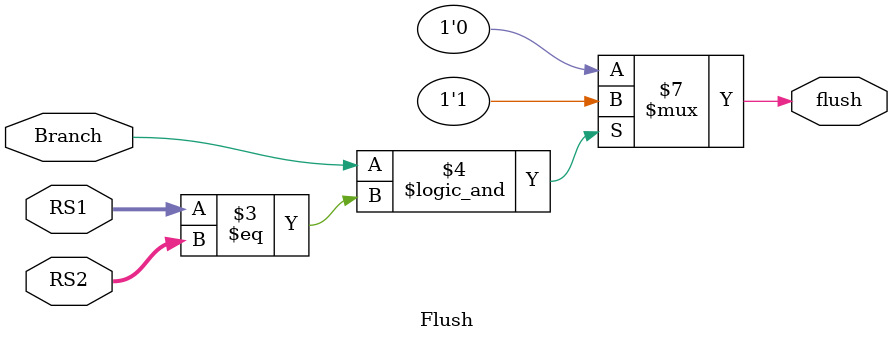
<source format=v>
module Flush (
    RS1,
    RS2,
    Branch,
    flush
);

    input [31:0] RS1;
    input [31:0] RS2;
    input Branch;
    output reg flush;

    initial begin
        flush = 1'b0;
    end

    always @(*) begin
        if (Branch == 1'b1 && (RS1 == RS2)) begin
            flush = 1'b1;
        end else begin
            flush = 1'b0;
        end
    end

endmodule
</source>
